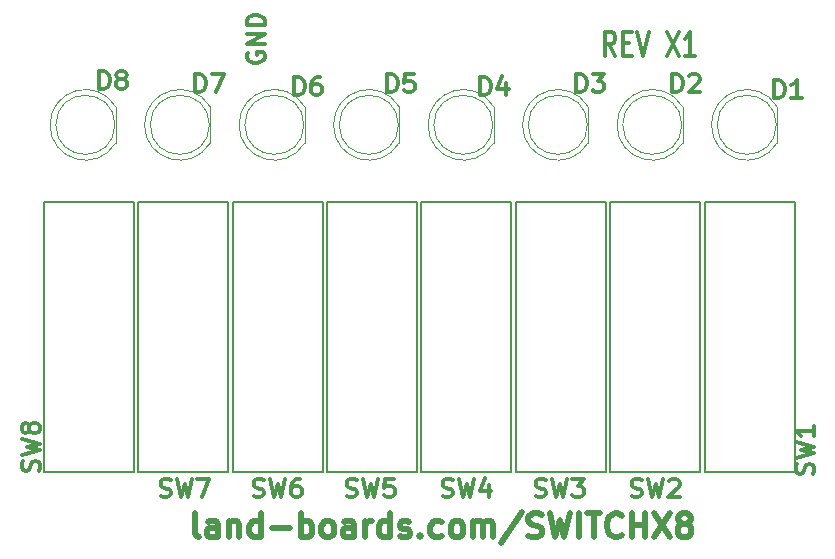
<source format=gbr>
G04 #@! TF.FileFunction,Legend,Top*
%FSLAX46Y46*%
G04 Gerber Fmt 4.6, Leading zero omitted, Abs format (unit mm)*
G04 Created by KiCad (PCBNEW (after 2015-mar-04 BZR unknown)-product) date 5/3/2017 9:33:33 AM*
%MOMM*%
G01*
G04 APERTURE LIST*
%ADD10C,0.150000*%
%ADD11C,0.304800*%
%ADD12C,0.500000*%
%ADD13C,0.120000*%
G04 APERTURE END LIST*
D10*
D11*
X29464000Y-15893142D02*
X29391429Y-16038285D01*
X29391429Y-16255999D01*
X29464000Y-16473714D01*
X29609143Y-16618856D01*
X29754286Y-16691428D01*
X30044571Y-16763999D01*
X30262286Y-16763999D01*
X30552571Y-16691428D01*
X30697714Y-16618856D01*
X30842857Y-16473714D01*
X30915429Y-16255999D01*
X30915429Y-16110856D01*
X30842857Y-15893142D01*
X30770286Y-15820571D01*
X30262286Y-15820571D01*
X30262286Y-16110856D01*
X30915429Y-15167428D02*
X29391429Y-15167428D01*
X30915429Y-14296571D01*
X29391429Y-14296571D01*
X30915429Y-13570857D02*
X29391429Y-13570857D01*
X29391429Y-13208000D01*
X29464000Y-12990285D01*
X29609143Y-12845143D01*
X29754286Y-12772571D01*
X30044571Y-12700000D01*
X30262286Y-12700000D01*
X30552571Y-12772571D01*
X30697714Y-12845143D01*
X30842857Y-12990285D01*
X30915429Y-13208000D01*
X30915429Y-13570857D01*
D12*
X25333333Y-56904762D02*
X25142857Y-56809524D01*
X25047618Y-56619048D01*
X25047618Y-54904762D01*
X26952380Y-56904762D02*
X26952380Y-55857143D01*
X26857142Y-55666667D01*
X26666666Y-55571429D01*
X26285714Y-55571429D01*
X26095237Y-55666667D01*
X26952380Y-56809524D02*
X26761904Y-56904762D01*
X26285714Y-56904762D01*
X26095237Y-56809524D01*
X25999999Y-56619048D01*
X25999999Y-56428571D01*
X26095237Y-56238095D01*
X26285714Y-56142857D01*
X26761904Y-56142857D01*
X26952380Y-56047619D01*
X27904761Y-55571429D02*
X27904761Y-56904762D01*
X27904761Y-55761905D02*
X28000000Y-55666667D01*
X28190476Y-55571429D01*
X28476190Y-55571429D01*
X28666666Y-55666667D01*
X28761904Y-55857143D01*
X28761904Y-56904762D01*
X30571428Y-56904762D02*
X30571428Y-54904762D01*
X30571428Y-56809524D02*
X30380952Y-56904762D01*
X30000000Y-56904762D01*
X29809524Y-56809524D01*
X29714285Y-56714286D01*
X29619047Y-56523810D01*
X29619047Y-55952381D01*
X29714285Y-55761905D01*
X29809524Y-55666667D01*
X30000000Y-55571429D01*
X30380952Y-55571429D01*
X30571428Y-55666667D01*
X31523809Y-56142857D02*
X33047619Y-56142857D01*
X33999999Y-56904762D02*
X33999999Y-54904762D01*
X33999999Y-55666667D02*
X34190476Y-55571429D01*
X34571428Y-55571429D01*
X34761904Y-55666667D01*
X34857142Y-55761905D01*
X34952380Y-55952381D01*
X34952380Y-56523810D01*
X34857142Y-56714286D01*
X34761904Y-56809524D01*
X34571428Y-56904762D01*
X34190476Y-56904762D01*
X33999999Y-56809524D01*
X36095238Y-56904762D02*
X35904762Y-56809524D01*
X35809523Y-56714286D01*
X35714285Y-56523810D01*
X35714285Y-55952381D01*
X35809523Y-55761905D01*
X35904762Y-55666667D01*
X36095238Y-55571429D01*
X36380952Y-55571429D01*
X36571428Y-55666667D01*
X36666666Y-55761905D01*
X36761904Y-55952381D01*
X36761904Y-56523810D01*
X36666666Y-56714286D01*
X36571428Y-56809524D01*
X36380952Y-56904762D01*
X36095238Y-56904762D01*
X38476190Y-56904762D02*
X38476190Y-55857143D01*
X38380952Y-55666667D01*
X38190476Y-55571429D01*
X37809524Y-55571429D01*
X37619047Y-55666667D01*
X38476190Y-56809524D02*
X38285714Y-56904762D01*
X37809524Y-56904762D01*
X37619047Y-56809524D01*
X37523809Y-56619048D01*
X37523809Y-56428571D01*
X37619047Y-56238095D01*
X37809524Y-56142857D01*
X38285714Y-56142857D01*
X38476190Y-56047619D01*
X39428571Y-56904762D02*
X39428571Y-55571429D01*
X39428571Y-55952381D02*
X39523810Y-55761905D01*
X39619048Y-55666667D01*
X39809524Y-55571429D01*
X40000000Y-55571429D01*
X41523809Y-56904762D02*
X41523809Y-54904762D01*
X41523809Y-56809524D02*
X41333333Y-56904762D01*
X40952381Y-56904762D01*
X40761905Y-56809524D01*
X40666666Y-56714286D01*
X40571428Y-56523810D01*
X40571428Y-55952381D01*
X40666666Y-55761905D01*
X40761905Y-55666667D01*
X40952381Y-55571429D01*
X41333333Y-55571429D01*
X41523809Y-55666667D01*
X42380952Y-56809524D02*
X42571429Y-56904762D01*
X42952381Y-56904762D01*
X43142857Y-56809524D01*
X43238095Y-56619048D01*
X43238095Y-56523810D01*
X43142857Y-56333333D01*
X42952381Y-56238095D01*
X42666667Y-56238095D01*
X42476190Y-56142857D01*
X42380952Y-55952381D01*
X42380952Y-55857143D01*
X42476190Y-55666667D01*
X42666667Y-55571429D01*
X42952381Y-55571429D01*
X43142857Y-55666667D01*
X44095238Y-56714286D02*
X44190477Y-56809524D01*
X44095238Y-56904762D01*
X44000000Y-56809524D01*
X44095238Y-56714286D01*
X44095238Y-56904762D01*
X45904762Y-56809524D02*
X45714286Y-56904762D01*
X45333334Y-56904762D01*
X45142858Y-56809524D01*
X45047619Y-56714286D01*
X44952381Y-56523810D01*
X44952381Y-55952381D01*
X45047619Y-55761905D01*
X45142858Y-55666667D01*
X45333334Y-55571429D01*
X45714286Y-55571429D01*
X45904762Y-55666667D01*
X47047620Y-56904762D02*
X46857144Y-56809524D01*
X46761905Y-56714286D01*
X46666667Y-56523810D01*
X46666667Y-55952381D01*
X46761905Y-55761905D01*
X46857144Y-55666667D01*
X47047620Y-55571429D01*
X47333334Y-55571429D01*
X47523810Y-55666667D01*
X47619048Y-55761905D01*
X47714286Y-55952381D01*
X47714286Y-56523810D01*
X47619048Y-56714286D01*
X47523810Y-56809524D01*
X47333334Y-56904762D01*
X47047620Y-56904762D01*
X48571429Y-56904762D02*
X48571429Y-55571429D01*
X48571429Y-55761905D02*
X48666668Y-55666667D01*
X48857144Y-55571429D01*
X49142858Y-55571429D01*
X49333334Y-55666667D01*
X49428572Y-55857143D01*
X49428572Y-56904762D01*
X49428572Y-55857143D02*
X49523810Y-55666667D01*
X49714287Y-55571429D01*
X50000001Y-55571429D01*
X50190477Y-55666667D01*
X50285715Y-55857143D01*
X50285715Y-56904762D01*
X52666668Y-54809524D02*
X50952382Y-57380952D01*
X53238096Y-56809524D02*
X53523811Y-56904762D01*
X54000001Y-56904762D01*
X54190477Y-56809524D01*
X54285715Y-56714286D01*
X54380954Y-56523810D01*
X54380954Y-56333333D01*
X54285715Y-56142857D01*
X54190477Y-56047619D01*
X54000001Y-55952381D01*
X53619049Y-55857143D01*
X53428573Y-55761905D01*
X53333334Y-55666667D01*
X53238096Y-55476190D01*
X53238096Y-55285714D01*
X53333334Y-55095238D01*
X53428573Y-55000000D01*
X53619049Y-54904762D01*
X54095239Y-54904762D01*
X54380954Y-55000000D01*
X55047620Y-54904762D02*
X55523811Y-56904762D01*
X55904763Y-55476190D01*
X56285716Y-56904762D01*
X56761906Y-54904762D01*
X57523810Y-56904762D02*
X57523810Y-54904762D01*
X58190477Y-54904762D02*
X59333334Y-54904762D01*
X58761906Y-56904762D02*
X58761906Y-54904762D01*
X61142859Y-56714286D02*
X61047621Y-56809524D01*
X60761906Y-56904762D01*
X60571430Y-56904762D01*
X60285716Y-56809524D01*
X60095240Y-56619048D01*
X60000001Y-56428571D01*
X59904763Y-56047619D01*
X59904763Y-55761905D01*
X60000001Y-55380952D01*
X60095240Y-55190476D01*
X60285716Y-55000000D01*
X60571430Y-54904762D01*
X60761906Y-54904762D01*
X61047621Y-55000000D01*
X61142859Y-55095238D01*
X62000001Y-56904762D02*
X62000001Y-54904762D01*
X62000001Y-55857143D02*
X63142859Y-55857143D01*
X63142859Y-56904762D02*
X63142859Y-54904762D01*
X63904763Y-54904762D02*
X65238097Y-56904762D01*
X65238097Y-54904762D02*
X63904763Y-56904762D01*
X66285716Y-55761905D02*
X66095240Y-55666667D01*
X66000001Y-55571429D01*
X65904763Y-55380952D01*
X65904763Y-55285714D01*
X66000001Y-55095238D01*
X66095240Y-55000000D01*
X66285716Y-54904762D01*
X66666668Y-54904762D01*
X66857144Y-55000000D01*
X66952382Y-55095238D01*
X67047621Y-55285714D01*
X67047621Y-55380952D01*
X66952382Y-55571429D01*
X66857144Y-55666667D01*
X66666668Y-55761905D01*
X66285716Y-55761905D01*
X66095240Y-55857143D01*
X66000001Y-55952381D01*
X65904763Y-56142857D01*
X65904763Y-56523810D01*
X66000001Y-56714286D01*
X66095240Y-56809524D01*
X66285716Y-56904762D01*
X66666668Y-56904762D01*
X66857144Y-56809524D01*
X66952382Y-56714286D01*
X67047621Y-56523810D01*
X67047621Y-56142857D01*
X66952382Y-55952381D01*
X66857144Y-55857143D01*
X66666668Y-55761905D01*
D11*
X60597142Y-16159238D02*
X60089142Y-15191619D01*
X59726285Y-16159238D02*
X59726285Y-14127238D01*
X60306857Y-14127238D01*
X60451999Y-14224000D01*
X60524571Y-14320762D01*
X60597142Y-14514286D01*
X60597142Y-14804571D01*
X60524571Y-14998095D01*
X60451999Y-15094857D01*
X60306857Y-15191619D01*
X59726285Y-15191619D01*
X61250285Y-15094857D02*
X61758285Y-15094857D01*
X61975999Y-16159238D02*
X61250285Y-16159238D01*
X61250285Y-14127238D01*
X61975999Y-14127238D01*
X62411428Y-14127238D02*
X62919428Y-16159238D01*
X63427428Y-14127238D01*
X64951428Y-14127238D02*
X65967428Y-16159238D01*
X65967428Y-14127238D02*
X64951428Y-16159238D01*
X67346286Y-16159238D02*
X66475429Y-16159238D01*
X66910857Y-16159238D02*
X66910857Y-14127238D01*
X66765714Y-14417524D01*
X66620572Y-14611048D01*
X66475429Y-14707810D01*
D10*
X68190000Y-28570000D02*
X75810000Y-28570000D01*
X68190000Y-51430000D02*
X75810000Y-51430000D01*
X75810000Y-28570000D02*
X75810000Y-51430000D01*
X68190000Y-51430000D02*
X68190000Y-28570000D01*
X60190000Y-28570000D02*
X67810000Y-28570000D01*
X60190000Y-51430000D02*
X67810000Y-51430000D01*
X67810000Y-28570000D02*
X67810000Y-51430000D01*
X60190000Y-51430000D02*
X60190000Y-28570000D01*
X52190000Y-28570000D02*
X59810000Y-28570000D01*
X52190000Y-51430000D02*
X59810000Y-51430000D01*
X59810000Y-28570000D02*
X59810000Y-51430000D01*
X52190000Y-51430000D02*
X52190000Y-28570000D01*
X44190000Y-28570000D02*
X51810000Y-28570000D01*
X44190000Y-51430000D02*
X51810000Y-51430000D01*
X51810000Y-28570000D02*
X51810000Y-51430000D01*
X44190000Y-51430000D02*
X44190000Y-28570000D01*
X36190000Y-28570000D02*
X43810000Y-28570000D01*
X36190000Y-51430000D02*
X43810000Y-51430000D01*
X43810000Y-28570000D02*
X43810000Y-51430000D01*
X36190000Y-51430000D02*
X36190000Y-28570000D01*
X28190000Y-28570000D02*
X35810000Y-28570000D01*
X28190000Y-51430000D02*
X35810000Y-51430000D01*
X35810000Y-28570000D02*
X35810000Y-51430000D01*
X28190000Y-51430000D02*
X28190000Y-28570000D01*
X20190000Y-28570000D02*
X27810000Y-28570000D01*
X20190000Y-51430000D02*
X27810000Y-51430000D01*
X27810000Y-28570000D02*
X27810000Y-51430000D01*
X20190000Y-51430000D02*
X20190000Y-28570000D01*
X12190000Y-28570000D02*
X19810000Y-28570000D01*
X12190000Y-51430000D02*
X19810000Y-51430000D01*
X19810000Y-28570000D02*
X19810000Y-51430000D01*
X12190000Y-51430000D02*
X12190000Y-28570000D01*
D13*
X68740000Y-21999538D02*
G75*
G03X74290000Y-23544830I2990000J-462D01*
G01*
X68740000Y-22000462D02*
G75*
G02X74290000Y-20455170I2990000J462D01*
G01*
X74230000Y-22000000D02*
G75*
G03X74230000Y-22000000I-2500000J0D01*
G01*
X74290000Y-23545000D02*
X74290000Y-20455000D01*
X60740000Y-21999538D02*
G75*
G03X66290000Y-23544830I2990000J-462D01*
G01*
X60740000Y-22000462D02*
G75*
G02X66290000Y-20455170I2990000J462D01*
G01*
X66230000Y-22000000D02*
G75*
G03X66230000Y-22000000I-2500000J0D01*
G01*
X66290000Y-23545000D02*
X66290000Y-20455000D01*
X52740000Y-21999538D02*
G75*
G03X58290000Y-23544830I2990000J-462D01*
G01*
X52740000Y-22000462D02*
G75*
G02X58290000Y-20455170I2990000J462D01*
G01*
X58230000Y-22000000D02*
G75*
G03X58230000Y-22000000I-2500000J0D01*
G01*
X58290000Y-23545000D02*
X58290000Y-20455000D01*
X44740000Y-21999538D02*
G75*
G03X50290000Y-23544830I2990000J-462D01*
G01*
X44740000Y-22000462D02*
G75*
G02X50290000Y-20455170I2990000J462D01*
G01*
X50230000Y-22000000D02*
G75*
G03X50230000Y-22000000I-2500000J0D01*
G01*
X50290000Y-23545000D02*
X50290000Y-20455000D01*
X36740000Y-21999538D02*
G75*
G03X42290000Y-23544830I2990000J-462D01*
G01*
X36740000Y-22000462D02*
G75*
G02X42290000Y-20455170I2990000J462D01*
G01*
X42230000Y-22000000D02*
G75*
G03X42230000Y-22000000I-2500000J0D01*
G01*
X42290000Y-23545000D02*
X42290000Y-20455000D01*
X28740000Y-21999538D02*
G75*
G03X34290000Y-23544830I2990000J-462D01*
G01*
X28740000Y-22000462D02*
G75*
G02X34290000Y-20455170I2990000J462D01*
G01*
X34230000Y-22000000D02*
G75*
G03X34230000Y-22000000I-2500000J0D01*
G01*
X34290000Y-23545000D02*
X34290000Y-20455000D01*
X20740000Y-21999538D02*
G75*
G03X26290000Y-23544830I2990000J-462D01*
G01*
X20740000Y-22000462D02*
G75*
G02X26290000Y-20455170I2990000J462D01*
G01*
X26230000Y-22000000D02*
G75*
G03X26230000Y-22000000I-2500000J0D01*
G01*
X26290000Y-23545000D02*
X26290000Y-20455000D01*
X12740000Y-21999538D02*
G75*
G03X18290000Y-23544830I2990000J-462D01*
G01*
X12740000Y-22000462D02*
G75*
G02X18290000Y-20455170I2990000J462D01*
G01*
X18230000Y-22000000D02*
G75*
G03X18230000Y-22000000I-2500000J0D01*
G01*
X18290000Y-23545000D02*
X18290000Y-20455000D01*
D11*
X77324857Y-51562000D02*
X77397429Y-51344286D01*
X77397429Y-50981429D01*
X77324857Y-50836286D01*
X77252286Y-50763715D01*
X77107143Y-50691143D01*
X76962000Y-50691143D01*
X76816857Y-50763715D01*
X76744286Y-50836286D01*
X76671714Y-50981429D01*
X76599143Y-51271715D01*
X76526571Y-51416857D01*
X76454000Y-51489429D01*
X76308857Y-51562000D01*
X76163714Y-51562000D01*
X76018571Y-51489429D01*
X75946000Y-51416857D01*
X75873429Y-51271715D01*
X75873429Y-50908857D01*
X75946000Y-50691143D01*
X75873429Y-50183143D02*
X77397429Y-49820286D01*
X76308857Y-49530000D01*
X77397429Y-49239714D01*
X75873429Y-48876857D01*
X77397429Y-47498000D02*
X77397429Y-48368857D01*
X77397429Y-47933429D02*
X75873429Y-47933429D01*
X76091143Y-48078572D01*
X76236286Y-48223714D01*
X76308857Y-48368857D01*
X61976000Y-53448857D02*
X62193714Y-53521429D01*
X62556571Y-53521429D01*
X62701714Y-53448857D01*
X62774285Y-53376286D01*
X62846857Y-53231143D01*
X62846857Y-53086000D01*
X62774285Y-52940857D01*
X62701714Y-52868286D01*
X62556571Y-52795714D01*
X62266285Y-52723143D01*
X62121143Y-52650571D01*
X62048571Y-52578000D01*
X61976000Y-52432857D01*
X61976000Y-52287714D01*
X62048571Y-52142571D01*
X62121143Y-52070000D01*
X62266285Y-51997429D01*
X62629143Y-51997429D01*
X62846857Y-52070000D01*
X63354857Y-51997429D02*
X63717714Y-53521429D01*
X64008000Y-52432857D01*
X64298286Y-53521429D01*
X64661143Y-51997429D01*
X65169143Y-52142571D02*
X65241714Y-52070000D01*
X65386857Y-51997429D01*
X65749714Y-51997429D01*
X65894857Y-52070000D01*
X65967428Y-52142571D01*
X66040000Y-52287714D01*
X66040000Y-52432857D01*
X65967428Y-52650571D01*
X65096571Y-53521429D01*
X66040000Y-53521429D01*
X53848000Y-53448857D02*
X54065714Y-53521429D01*
X54428571Y-53521429D01*
X54573714Y-53448857D01*
X54646285Y-53376286D01*
X54718857Y-53231143D01*
X54718857Y-53086000D01*
X54646285Y-52940857D01*
X54573714Y-52868286D01*
X54428571Y-52795714D01*
X54138285Y-52723143D01*
X53993143Y-52650571D01*
X53920571Y-52578000D01*
X53848000Y-52432857D01*
X53848000Y-52287714D01*
X53920571Y-52142571D01*
X53993143Y-52070000D01*
X54138285Y-51997429D01*
X54501143Y-51997429D01*
X54718857Y-52070000D01*
X55226857Y-51997429D02*
X55589714Y-53521429D01*
X55880000Y-52432857D01*
X56170286Y-53521429D01*
X56533143Y-51997429D01*
X56968571Y-51997429D02*
X57912000Y-51997429D01*
X57404000Y-52578000D01*
X57621714Y-52578000D01*
X57766857Y-52650571D01*
X57839428Y-52723143D01*
X57912000Y-52868286D01*
X57912000Y-53231143D01*
X57839428Y-53376286D01*
X57766857Y-53448857D01*
X57621714Y-53521429D01*
X57186286Y-53521429D01*
X57041143Y-53448857D01*
X56968571Y-53376286D01*
X45974000Y-53448857D02*
X46191714Y-53521429D01*
X46554571Y-53521429D01*
X46699714Y-53448857D01*
X46772285Y-53376286D01*
X46844857Y-53231143D01*
X46844857Y-53086000D01*
X46772285Y-52940857D01*
X46699714Y-52868286D01*
X46554571Y-52795714D01*
X46264285Y-52723143D01*
X46119143Y-52650571D01*
X46046571Y-52578000D01*
X45974000Y-52432857D01*
X45974000Y-52287714D01*
X46046571Y-52142571D01*
X46119143Y-52070000D01*
X46264285Y-51997429D01*
X46627143Y-51997429D01*
X46844857Y-52070000D01*
X47352857Y-51997429D02*
X47715714Y-53521429D01*
X48006000Y-52432857D01*
X48296286Y-53521429D01*
X48659143Y-51997429D01*
X49892857Y-52505429D02*
X49892857Y-53521429D01*
X49530000Y-51924857D02*
X49167143Y-53013429D01*
X50110571Y-53013429D01*
X37846000Y-53448857D02*
X38063714Y-53521429D01*
X38426571Y-53521429D01*
X38571714Y-53448857D01*
X38644285Y-53376286D01*
X38716857Y-53231143D01*
X38716857Y-53086000D01*
X38644285Y-52940857D01*
X38571714Y-52868286D01*
X38426571Y-52795714D01*
X38136285Y-52723143D01*
X37991143Y-52650571D01*
X37918571Y-52578000D01*
X37846000Y-52432857D01*
X37846000Y-52287714D01*
X37918571Y-52142571D01*
X37991143Y-52070000D01*
X38136285Y-51997429D01*
X38499143Y-51997429D01*
X38716857Y-52070000D01*
X39224857Y-51997429D02*
X39587714Y-53521429D01*
X39878000Y-52432857D01*
X40168286Y-53521429D01*
X40531143Y-51997429D01*
X41837428Y-51997429D02*
X41111714Y-51997429D01*
X41039143Y-52723143D01*
X41111714Y-52650571D01*
X41256857Y-52578000D01*
X41619714Y-52578000D01*
X41764857Y-52650571D01*
X41837428Y-52723143D01*
X41910000Y-52868286D01*
X41910000Y-53231143D01*
X41837428Y-53376286D01*
X41764857Y-53448857D01*
X41619714Y-53521429D01*
X41256857Y-53521429D01*
X41111714Y-53448857D01*
X41039143Y-53376286D01*
X29972000Y-53448857D02*
X30189714Y-53521429D01*
X30552571Y-53521429D01*
X30697714Y-53448857D01*
X30770285Y-53376286D01*
X30842857Y-53231143D01*
X30842857Y-53086000D01*
X30770285Y-52940857D01*
X30697714Y-52868286D01*
X30552571Y-52795714D01*
X30262285Y-52723143D01*
X30117143Y-52650571D01*
X30044571Y-52578000D01*
X29972000Y-52432857D01*
X29972000Y-52287714D01*
X30044571Y-52142571D01*
X30117143Y-52070000D01*
X30262285Y-51997429D01*
X30625143Y-51997429D01*
X30842857Y-52070000D01*
X31350857Y-51997429D02*
X31713714Y-53521429D01*
X32004000Y-52432857D01*
X32294286Y-53521429D01*
X32657143Y-51997429D01*
X33890857Y-51997429D02*
X33600571Y-51997429D01*
X33455428Y-52070000D01*
X33382857Y-52142571D01*
X33237714Y-52360286D01*
X33165143Y-52650571D01*
X33165143Y-53231143D01*
X33237714Y-53376286D01*
X33310286Y-53448857D01*
X33455428Y-53521429D01*
X33745714Y-53521429D01*
X33890857Y-53448857D01*
X33963428Y-53376286D01*
X34036000Y-53231143D01*
X34036000Y-52868286D01*
X33963428Y-52723143D01*
X33890857Y-52650571D01*
X33745714Y-52578000D01*
X33455428Y-52578000D01*
X33310286Y-52650571D01*
X33237714Y-52723143D01*
X33165143Y-52868286D01*
X22098000Y-53448857D02*
X22315714Y-53521429D01*
X22678571Y-53521429D01*
X22823714Y-53448857D01*
X22896285Y-53376286D01*
X22968857Y-53231143D01*
X22968857Y-53086000D01*
X22896285Y-52940857D01*
X22823714Y-52868286D01*
X22678571Y-52795714D01*
X22388285Y-52723143D01*
X22243143Y-52650571D01*
X22170571Y-52578000D01*
X22098000Y-52432857D01*
X22098000Y-52287714D01*
X22170571Y-52142571D01*
X22243143Y-52070000D01*
X22388285Y-51997429D01*
X22751143Y-51997429D01*
X22968857Y-52070000D01*
X23476857Y-51997429D02*
X23839714Y-53521429D01*
X24130000Y-52432857D01*
X24420286Y-53521429D01*
X24783143Y-51997429D01*
X25218571Y-51997429D02*
X26234571Y-51997429D01*
X25581428Y-53521429D01*
X11792857Y-51308000D02*
X11865429Y-51090286D01*
X11865429Y-50727429D01*
X11792857Y-50582286D01*
X11720286Y-50509715D01*
X11575143Y-50437143D01*
X11430000Y-50437143D01*
X11284857Y-50509715D01*
X11212286Y-50582286D01*
X11139714Y-50727429D01*
X11067143Y-51017715D01*
X10994571Y-51162857D01*
X10922000Y-51235429D01*
X10776857Y-51308000D01*
X10631714Y-51308000D01*
X10486571Y-51235429D01*
X10414000Y-51162857D01*
X10341429Y-51017715D01*
X10341429Y-50654857D01*
X10414000Y-50437143D01*
X10341429Y-49929143D02*
X11865429Y-49566286D01*
X10776857Y-49276000D01*
X11865429Y-48985714D01*
X10341429Y-48622857D01*
X10994571Y-47824572D02*
X10922000Y-47969714D01*
X10849429Y-48042286D01*
X10704286Y-48114857D01*
X10631714Y-48114857D01*
X10486571Y-48042286D01*
X10414000Y-47969714D01*
X10341429Y-47824572D01*
X10341429Y-47534286D01*
X10414000Y-47389143D01*
X10486571Y-47316572D01*
X10631714Y-47244000D01*
X10704286Y-47244000D01*
X10849429Y-47316572D01*
X10922000Y-47389143D01*
X10994571Y-47534286D01*
X10994571Y-47824572D01*
X11067143Y-47969714D01*
X11139714Y-48042286D01*
X11284857Y-48114857D01*
X11575143Y-48114857D01*
X11720286Y-48042286D01*
X11792857Y-47969714D01*
X11865429Y-47824572D01*
X11865429Y-47534286D01*
X11792857Y-47389143D01*
X11720286Y-47316572D01*
X11575143Y-47244000D01*
X11284857Y-47244000D01*
X11139714Y-47316572D01*
X11067143Y-47389143D01*
X10994571Y-47534286D01*
X74059143Y-19739429D02*
X74059143Y-18215429D01*
X74422000Y-18215429D01*
X74639715Y-18288000D01*
X74784857Y-18433143D01*
X74857429Y-18578286D01*
X74930000Y-18868571D01*
X74930000Y-19086286D01*
X74857429Y-19376571D01*
X74784857Y-19521714D01*
X74639715Y-19666857D01*
X74422000Y-19739429D01*
X74059143Y-19739429D01*
X76381429Y-19739429D02*
X75510572Y-19739429D01*
X75946000Y-19739429D02*
X75946000Y-18215429D01*
X75800857Y-18433143D01*
X75655715Y-18578286D01*
X75510572Y-18650857D01*
X65423143Y-19231429D02*
X65423143Y-17707429D01*
X65786000Y-17707429D01*
X66003715Y-17780000D01*
X66148857Y-17925143D01*
X66221429Y-18070286D01*
X66294000Y-18360571D01*
X66294000Y-18578286D01*
X66221429Y-18868571D01*
X66148857Y-19013714D01*
X66003715Y-19158857D01*
X65786000Y-19231429D01*
X65423143Y-19231429D01*
X66874572Y-17852571D02*
X66947143Y-17780000D01*
X67092286Y-17707429D01*
X67455143Y-17707429D01*
X67600286Y-17780000D01*
X67672857Y-17852571D01*
X67745429Y-17997714D01*
X67745429Y-18142857D01*
X67672857Y-18360571D01*
X66802000Y-19231429D01*
X67745429Y-19231429D01*
X57295143Y-19231429D02*
X57295143Y-17707429D01*
X57658000Y-17707429D01*
X57875715Y-17780000D01*
X58020857Y-17925143D01*
X58093429Y-18070286D01*
X58166000Y-18360571D01*
X58166000Y-18578286D01*
X58093429Y-18868571D01*
X58020857Y-19013714D01*
X57875715Y-19158857D01*
X57658000Y-19231429D01*
X57295143Y-19231429D01*
X58674000Y-17707429D02*
X59617429Y-17707429D01*
X59109429Y-18288000D01*
X59327143Y-18288000D01*
X59472286Y-18360571D01*
X59544857Y-18433143D01*
X59617429Y-18578286D01*
X59617429Y-18941143D01*
X59544857Y-19086286D01*
X59472286Y-19158857D01*
X59327143Y-19231429D01*
X58891715Y-19231429D01*
X58746572Y-19158857D01*
X58674000Y-19086286D01*
X49167143Y-19485429D02*
X49167143Y-17961429D01*
X49530000Y-17961429D01*
X49747715Y-18034000D01*
X49892857Y-18179143D01*
X49965429Y-18324286D01*
X50038000Y-18614571D01*
X50038000Y-18832286D01*
X49965429Y-19122571D01*
X49892857Y-19267714D01*
X49747715Y-19412857D01*
X49530000Y-19485429D01*
X49167143Y-19485429D01*
X51344286Y-18469429D02*
X51344286Y-19485429D01*
X50981429Y-17888857D02*
X50618572Y-18977429D01*
X51562000Y-18977429D01*
X41293143Y-19231429D02*
X41293143Y-17707429D01*
X41656000Y-17707429D01*
X41873715Y-17780000D01*
X42018857Y-17925143D01*
X42091429Y-18070286D01*
X42164000Y-18360571D01*
X42164000Y-18578286D01*
X42091429Y-18868571D01*
X42018857Y-19013714D01*
X41873715Y-19158857D01*
X41656000Y-19231429D01*
X41293143Y-19231429D01*
X43542857Y-17707429D02*
X42817143Y-17707429D01*
X42744572Y-18433143D01*
X42817143Y-18360571D01*
X42962286Y-18288000D01*
X43325143Y-18288000D01*
X43470286Y-18360571D01*
X43542857Y-18433143D01*
X43615429Y-18578286D01*
X43615429Y-18941143D01*
X43542857Y-19086286D01*
X43470286Y-19158857D01*
X43325143Y-19231429D01*
X42962286Y-19231429D01*
X42817143Y-19158857D01*
X42744572Y-19086286D01*
X33419143Y-19485429D02*
X33419143Y-17961429D01*
X33782000Y-17961429D01*
X33999715Y-18034000D01*
X34144857Y-18179143D01*
X34217429Y-18324286D01*
X34290000Y-18614571D01*
X34290000Y-18832286D01*
X34217429Y-19122571D01*
X34144857Y-19267714D01*
X33999715Y-19412857D01*
X33782000Y-19485429D01*
X33419143Y-19485429D01*
X35596286Y-17961429D02*
X35306000Y-17961429D01*
X35160857Y-18034000D01*
X35088286Y-18106571D01*
X34943143Y-18324286D01*
X34870572Y-18614571D01*
X34870572Y-19195143D01*
X34943143Y-19340286D01*
X35015715Y-19412857D01*
X35160857Y-19485429D01*
X35451143Y-19485429D01*
X35596286Y-19412857D01*
X35668857Y-19340286D01*
X35741429Y-19195143D01*
X35741429Y-18832286D01*
X35668857Y-18687143D01*
X35596286Y-18614571D01*
X35451143Y-18542000D01*
X35160857Y-18542000D01*
X35015715Y-18614571D01*
X34943143Y-18687143D01*
X34870572Y-18832286D01*
X25037143Y-19231429D02*
X25037143Y-17707429D01*
X25400000Y-17707429D01*
X25617715Y-17780000D01*
X25762857Y-17925143D01*
X25835429Y-18070286D01*
X25908000Y-18360571D01*
X25908000Y-18578286D01*
X25835429Y-18868571D01*
X25762857Y-19013714D01*
X25617715Y-19158857D01*
X25400000Y-19231429D01*
X25037143Y-19231429D01*
X26416000Y-17707429D02*
X27432000Y-17707429D01*
X26778857Y-19231429D01*
X16909143Y-18977429D02*
X16909143Y-17453429D01*
X17272000Y-17453429D01*
X17489715Y-17526000D01*
X17634857Y-17671143D01*
X17707429Y-17816286D01*
X17780000Y-18106571D01*
X17780000Y-18324286D01*
X17707429Y-18614571D01*
X17634857Y-18759714D01*
X17489715Y-18904857D01*
X17272000Y-18977429D01*
X16909143Y-18977429D01*
X18650857Y-18106571D02*
X18505715Y-18034000D01*
X18433143Y-17961429D01*
X18360572Y-17816286D01*
X18360572Y-17743714D01*
X18433143Y-17598571D01*
X18505715Y-17526000D01*
X18650857Y-17453429D01*
X18941143Y-17453429D01*
X19086286Y-17526000D01*
X19158857Y-17598571D01*
X19231429Y-17743714D01*
X19231429Y-17816286D01*
X19158857Y-17961429D01*
X19086286Y-18034000D01*
X18941143Y-18106571D01*
X18650857Y-18106571D01*
X18505715Y-18179143D01*
X18433143Y-18251714D01*
X18360572Y-18396857D01*
X18360572Y-18687143D01*
X18433143Y-18832286D01*
X18505715Y-18904857D01*
X18650857Y-18977429D01*
X18941143Y-18977429D01*
X19086286Y-18904857D01*
X19158857Y-18832286D01*
X19231429Y-18687143D01*
X19231429Y-18396857D01*
X19158857Y-18251714D01*
X19086286Y-18179143D01*
X18941143Y-18106571D01*
M02*

</source>
